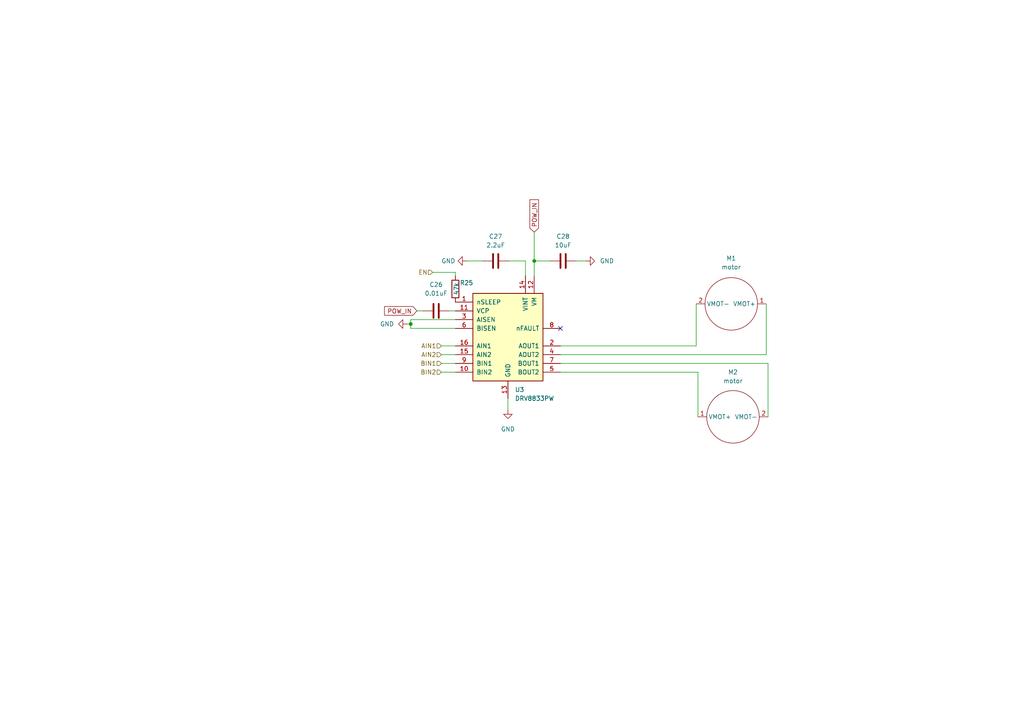
<source format=kicad_sch>
(kicad_sch (version 20211123) (generator eeschema)
  (paper "A4")
  (title_block (title "MUSHAK_PCB") (date "9 Aug 2022") (company "SRA-VJTI") (comment 1 "Designed by - Chinmay Lonkar"))
  (lib_symbols
    (symbol "Device:C" (pin_numbers hide) (pin_names (offset 0.254))
      (property "Reference" "C" (at 0.635 2.54 0))
      (property "Value" "C" (at 0.635 -2.54 0))
      (symbol "C_0_1"
        (polyline (pts (xy -2.032 -0.762) (xy 2.032 -0.762)) (stroke (width 0.508)))
        (polyline (pts (xy -2.032 0.762) (xy 2.032 0.762)) (stroke (width 0.508)))
      )
      (symbol "C_1_1"
        (pin passive line (at 0 3.81 270) (length 2.794) (name "~") (number "1"))
        (pin passive line (at 0 -3.81 90) (length 2.794) (name "~") (number "2"))
      )
    )
    (symbol "Device:R" (pin_numbers hide) (pin_names (offset 0))
      (property "Reference" "R" (at 2.032 0 90))
      (property "Value" "R" (at 0 0 90))
      (symbol "R_0_1"
        (rectangle (start -1.016 -2.54) (end 1.016 2.54) (stroke (width 0.254)))
      )
      (symbol "R_1_1"
        (pin passive line (at 0 3.81 270) (length 1.27) (name "~") (number "1"))
        (pin passive line (at 0 -3.81 90) (length 1.27) (name "~") (number "2"))
      )
    )
    (symbol "Driver_Motor:DRV8833PW" (pin_names (offset 1.016))
      (property "Reference" "U" (at -3.81 16.51 0))
      (property "Value" "DRV8833PW" (at -3.81 13.97 0))
      (symbol "DRV8833PW_0_1"
        (rectangle (start -10.16 12.7) (end 10.16 -12.7) (stroke (width 0.254)) (fill (type background)))
      )
      (symbol "DRV8833PW_1_1"
        (pin input line (at -15.24 10.16 0) (length 5.08) (name "nSLEEP") (number "1"))
        (pin input line (at -15.24 -10.16 0) (length 5.08) (name "BIN2") (number "10"))
        (pin bidirectional line (at -15.24 7.62 0) (length 5.08) (name "VCP") (number "11"))
        (pin power_in line (at 7.62 17.78 270) (length 5.08) (name "VM") (number "12"))
        (pin power_in line (at 0 -17.78 90) (length 5.08) (name "GND") (number "13"))
        (pin power_in line (at 5.08 17.78 270) (length 5.08) (name "VINT") (number "14"))
        (pin input line (at -15.24 -5.08 0) (length 5.08) (name "AIN2") (number "15"))
        (pin input line (at -15.24 -2.54 0) (length 5.08) (name "AIN1") (number "16"))
        (pin power_out line (at 15.24 -2.54 180) (length 5.08) (name "AOUT1") (number "2"))
        (pin bidirectional line (at -15.24 5.08 0) (length 5.08) (name "AISEN") (number "3"))
        (pin power_out line (at 15.24 -5.08 180) (length 5.08) (name "AOUT2") (number "4"))
        (pin power_out line (at 15.24 -10.16 180) (length 5.08) (name "BOUT2") (number "5"))
        (pin bidirectional line (at -15.24 2.54 0) (length 5.08) (name "BISEN") (number "6"))
        (pin power_out line (at 15.24 -7.62 180) (length 5.08) (name "BOUT1") (number "7"))
        (pin open_collector line (at 15.24 2.54 180) (length 5.08) (name "nFAULT") (number "8"))
        (pin input line (at -15.24 -7.62 0) (length 5.08) (name "BIN1") (number "9"))
      )
    )
    (symbol "New_Library:motor"
      (property "Reference" "M" (at 0 5.08 0))
      (property "Value" "motor" (at 0 -5.08 0))
      (symbol "motor_0_1"
        (circle (center 0 0) (radius 7.62))
      )
      (symbol "motor_1_1"
        (pin input line (at 10.16 0 180) (length 2.54) (name "VMOT+") (number "1"))
        (pin input line (at -10.16 0 0) (length 2.54) (name "VMOT-") (number "2"))
      )
    )
    (symbol "power:GND" (power) (pin_names (offset 0))
      (property "Value" "GND" (at 0 -3.81 0))
      (symbol "GND_0_1"
        (polyline (pts (xy 0 0) (xy 0 -1.27) (xy 1.27 -1.27) (xy 0 -2.54) (xy -1.27 -1.27) (xy 0 -1.27)))
      )
      (symbol "GND_1_1"
        (pin power_in line (at 0 0 270) (length 0) hide (name "GND") (number "1"))
      )
    )
  )
  (junction (at 154.94 75.692))
  (junction (at 119.126 93.98))
  (no_connect (at 162.56 95.25))
  (wire (pts (xy 154.94 67.31) (xy 154.94 75.692)))
  (wire (pts (xy 162.56 107.95) (xy 202.438 107.95)))
  (wire (pts (xy 120.904 90.17) (xy 122.682 90.17)))
  (wire (pts (xy 152.4 75.692) (xy 152.4 80.01)))
  (wire (pts (xy 128.016 105.41) (xy 132.08 105.41)))
  (wire (pts (xy 132.08 78.994) (xy 132.08 80.01)))
  (wire (pts (xy 119.126 95.25) (xy 132.08 95.25)))
  (wire (pts (xy 154.94 75.692) (xy 159.512 75.692)))
  (wire (pts (xy 147.32 115.57) (xy 147.32 118.872)))
  (wire (pts (xy 132.08 92.71) (xy 119.126 92.71)))
  (wire (pts (xy 128.016 102.87) (xy 132.08 102.87)))
  (wire (pts (xy 135.382 75.692) (xy 139.954 75.692)))
  (wire (pts (xy 147.574 75.692) (xy 152.4 75.692)))
  (wire (pts (xy 162.56 100.33) (xy 201.93 100.33)))
  (wire (pts (xy 202.438 107.95) (xy 202.438 120.904)))
  (wire (pts (xy 128.016 107.95) (xy 132.08 107.95)))
  (wire (pts (xy 222.758 120.904) (xy 222.758 105.41)))
  (wire (pts (xy 222.25 102.87) (xy 222.25 88.138)))
  (wire (pts (xy 128.016 100.33) (xy 132.08 100.33)))
  (wire (pts (xy 125.476 78.994) (xy 132.08 78.994)))
  (wire (pts (xy 118.11 93.98) (xy 119.126 93.98)))
  (wire (pts (xy 167.132 75.692) (xy 169.926 75.692)))
  (wire (pts (xy 154.94 80.01) (xy 154.94 75.692)))
  (wire (pts (xy 162.56 105.41) (xy 222.758 105.41)))
  (wire (pts (xy 119.126 93.98) (xy 119.126 95.25)))
  (wire (pts (xy 162.56 102.87) (xy 222.25 102.87)))
  (wire (pts (xy 201.93 100.33) (xy 201.93 88.138)))
  (wire (pts (xy 119.126 92.71) (xy 119.126 93.98)))
  (wire (pts (xy 130.302 90.17) (xy 132.08 90.17)))
  (global_label "POW_IN" (shape input) (at 120.904 90.17 180) (property "Intersheet References" "${INTERSHEET_REFS}" (effects hide)))
  (global_label "POW_IN" (shape input) (at 154.94 67.31 90) (property "Intersheet References" "${INTERSHEET_REFS}" (effects hide)))
  (hierarchical_label "BIN2" (shape input) (at 128.016 107.95 180))
  (hierarchical_label "AIN2" (shape input) (at 128.016 102.87 180))
  (hierarchical_label "BIN1" (shape input) (at 128.016 105.41 180))
  (hierarchical_label "EN" (shape input) (at 125.476 78.994 180))
  (hierarchical_label "AIN1" (shape input) (at 128.016 100.33 180))
  (symbol (lib_id "power:GND") (at 135.382 75.692 270) (unit 1)
    (property "Reference" "#PWR014" (effects hide))
    (property "Value" "GND" (at 132.08 75.6919 90) (effects (justify right)))
  )
  (symbol (lib_id "power:GND") (at 118.11 93.98 270) (unit 1)
    (property "Reference" "#PWR0101" (effects hide))
    (property "Value" "GND" (at 114.3 93.9799 90) (effects (justify right)))
  )
  (symbol (lib_id "power:GND") (at 147.32 118.872 0) (unit 1)
    (property "Reference" "#PWR015" (effects hide))
    (property "Value" "GND" (at 147.32 124.46 0))
  )
  (symbol (lib_id "Device:R") (at 132.08 83.82 180) (unit 1)
    (property "Reference" "R25" (at 133.35 82.042 0) (effects (justify right)))
    (property "Value" "47k" (at 132.334 85.598 90) (effects (justify right)))
    (property "Footprint" "Resistor_SMD:R_0402_1005Metric" (effects hide))
  )
  (symbol (lib_id "New_Library:motor") (at 212.09 88.138 0) (unit 1)
    (property "Reference" "M1" (at 212.09 74.93 0))
    (property "Value" "motor" (at 212.09 77.47 0))
    (property "Footprint" "mushak_mount_footprint:motor" (effects hide))
  )
  (symbol (lib_id "Driver_Motor:DRV8833PW") (at 147.32 97.79 0) (unit 1)
    (property "Reference" "U3" (at 149.3394 113.03 0) (effects (justify left)))
    (property "Value" "DRV8833PW" (at 149.3394 115.57 0) (effects (justify left)))
    (property "Footprint" "Package_SO:TSSOP-16_4.4x5mm_P0.65mm" (effects hide))
    (property "Datasheet" "http://www.ti.com/lit/ds/symlink/drv8833.pdf" (effects hide))
  )
  (symbol (lib_id "New_Library:motor") (at 212.598 120.904 180) (unit 1)
    (property "Reference" "M2" (at 212.598 107.95 0))
    (property "Value" "motor" (at 212.598 110.49 0))
    (property "Footprint" "mushak_mount_footprint:motor" (effects hide))
  )
  (symbol (lib_id "Device:C") (at 126.492 90.17 90) (unit 1)
    (property "Reference" "C26" (at 126.492 82.55 90))
    (property "Value" "0.01uF" (at 126.492 85.09 90))
    (property "Footprint" "Capacitor_SMD:C_0402_1005Metric" (effects hide))
  )
  (symbol (lib_id "power:GND") (at 169.926 75.692 90) (unit 1)
    (property "Reference" "#PWR016" (effects hide))
    (property "Value" "GND" (at 173.99 75.6919 90) (effects (justify right)))
  )
  (symbol (lib_id "Device:C") (at 143.764 75.692 90) (unit 1)
    (property "Reference" "C27" (at 143.764 68.58 90))
    (property "Value" "2.2uF" (at 143.764 71.12 90))
    (property "Footprint" "Capacitor_SMD:C_0603_1608Metric" (effects hide))
  )
  (symbol (lib_id "Device:C") (at 163.322 75.692 90) (unit 1)
    (property "Reference" "C28" (at 163.322 68.58 90))
    (property "Value" "10uF" (at 163.322 71.12 90))
    (property "Footprint" "Capacitor_SMD:C_0603_1608Metric" (effects hide))
  )
)
</source>
